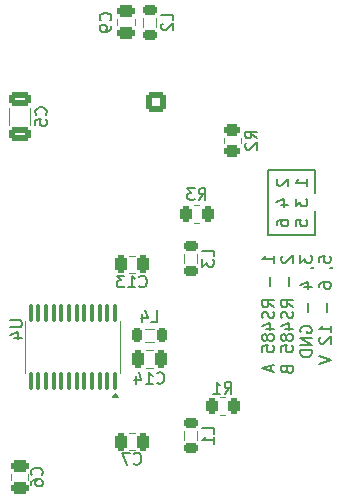
<source format=gbo>
G04 #@! TF.GenerationSoftware,KiCad,Pcbnew,8.0.5*
G04 #@! TF.CreationDate,2024-09-14T16:10:14+01:00*
G04 #@! TF.ProjectId,DataShield,44617461-5368-4696-956c-642e6b696361,rev?*
G04 #@! TF.SameCoordinates,Original*
G04 #@! TF.FileFunction,Legend,Bot*
G04 #@! TF.FilePolarity,Positive*
%FSLAX46Y46*%
G04 Gerber Fmt 4.6, Leading zero omitted, Abs format (unit mm)*
G04 Created by KiCad (PCBNEW 8.0.5) date 2024-09-14 16:10:14*
%MOMM*%
%LPD*%
G01*
G04 APERTURE LIST*
G04 Aperture macros list*
%AMRoundRect*
0 Rectangle with rounded corners*
0 $1 Rounding radius*
0 $2 $3 $4 $5 $6 $7 $8 $9 X,Y pos of 4 corners*
0 Add a 4 corners polygon primitive as box body*
4,1,4,$2,$3,$4,$5,$6,$7,$8,$9,$2,$3,0*
0 Add four circle primitives for the rounded corners*
1,1,$1+$1,$2,$3*
1,1,$1+$1,$4,$5*
1,1,$1+$1,$6,$7*
1,1,$1+$1,$8,$9*
0 Add four rect primitives between the rounded corners*
20,1,$1+$1,$2,$3,$4,$5,0*
20,1,$1+$1,$4,$5,$6,$7,0*
20,1,$1+$1,$6,$7,$8,$9,0*
20,1,$1+$1,$8,$9,$2,$3,0*%
G04 Aperture macros list end*
%ADD10C,0.150000*%
%ADD11C,0.120000*%
%ADD12R,1.700000X1.700000*%
%ADD13O,1.700000X1.700000*%
%ADD14C,3.200000*%
%ADD15RoundRect,0.250000X-0.600000X0.600000X-0.600000X-0.600000X0.600000X-0.600000X0.600000X0.600000X0*%
%ADD16C,1.700000*%
%ADD17RoundRect,0.250000X-0.475000X0.250000X-0.475000X-0.250000X0.475000X-0.250000X0.475000X0.250000X0*%
%ADD18RoundRect,0.250000X0.262500X0.450000X-0.262500X0.450000X-0.262500X-0.450000X0.262500X-0.450000X0*%
%ADD19RoundRect,0.250000X0.250000X0.475000X-0.250000X0.475000X-0.250000X-0.475000X0.250000X-0.475000X0*%
%ADD20RoundRect,0.250000X0.450000X-0.262500X0.450000X0.262500X-0.450000X0.262500X-0.450000X-0.262500X0*%
%ADD21RoundRect,0.218750X0.218750X0.381250X-0.218750X0.381250X-0.218750X-0.381250X0.218750X-0.381250X0*%
%ADD22RoundRect,0.250000X0.650000X-0.325000X0.650000X0.325000X-0.650000X0.325000X-0.650000X-0.325000X0*%
%ADD23RoundRect,0.218750X-0.381250X0.218750X-0.381250X-0.218750X0.381250X-0.218750X0.381250X0.218750X0*%
%ADD24RoundRect,0.250000X-0.250000X-0.475000X0.250000X-0.475000X0.250000X0.475000X-0.250000X0.475000X0*%
%ADD25RoundRect,0.250000X-0.262500X-0.450000X0.262500X-0.450000X0.262500X0.450000X-0.262500X0.450000X0*%
%ADD26RoundRect,0.218750X0.381250X-0.218750X0.381250X0.218750X-0.381250X0.218750X-0.381250X-0.218750X0*%
%ADD27RoundRect,0.100000X0.100000X-0.637500X0.100000X0.637500X-0.100000X0.637500X-0.100000X-0.637500X0*%
G04 APERTURE END LIST*
D10*
X198000000Y-72500000D02*
X194000000Y-72500000D01*
X194000000Y-67000000D02*
X198000000Y-67000000D01*
X198000000Y-67000000D02*
X198000000Y-69000000D01*
X194000000Y-72500000D02*
X194000000Y-67000000D01*
X198000000Y-70500000D02*
X198000000Y-72500000D01*
X194539987Y-74860588D02*
X194539987Y-74289160D01*
X194539987Y-74574874D02*
X193539987Y-74574874D01*
X193539987Y-74574874D02*
X193682844Y-74479636D01*
X193682844Y-74479636D02*
X193778082Y-74384398D01*
X193778082Y-74384398D02*
X193825701Y-74289160D01*
X194159034Y-76051065D02*
X194159034Y-76812970D01*
X194539987Y-78622493D02*
X194063796Y-78289160D01*
X194539987Y-78051065D02*
X193539987Y-78051065D01*
X193539987Y-78051065D02*
X193539987Y-78432017D01*
X193539987Y-78432017D02*
X193587606Y-78527255D01*
X193587606Y-78527255D02*
X193635225Y-78574874D01*
X193635225Y-78574874D02*
X193730463Y-78622493D01*
X193730463Y-78622493D02*
X193873320Y-78622493D01*
X193873320Y-78622493D02*
X193968558Y-78574874D01*
X193968558Y-78574874D02*
X194016177Y-78527255D01*
X194016177Y-78527255D02*
X194063796Y-78432017D01*
X194063796Y-78432017D02*
X194063796Y-78051065D01*
X194492368Y-79003446D02*
X194539987Y-79146303D01*
X194539987Y-79146303D02*
X194539987Y-79384398D01*
X194539987Y-79384398D02*
X194492368Y-79479636D01*
X194492368Y-79479636D02*
X194444748Y-79527255D01*
X194444748Y-79527255D02*
X194349510Y-79574874D01*
X194349510Y-79574874D02*
X194254272Y-79574874D01*
X194254272Y-79574874D02*
X194159034Y-79527255D01*
X194159034Y-79527255D02*
X194111415Y-79479636D01*
X194111415Y-79479636D02*
X194063796Y-79384398D01*
X194063796Y-79384398D02*
X194016177Y-79193922D01*
X194016177Y-79193922D02*
X193968558Y-79098684D01*
X193968558Y-79098684D02*
X193920939Y-79051065D01*
X193920939Y-79051065D02*
X193825701Y-79003446D01*
X193825701Y-79003446D02*
X193730463Y-79003446D01*
X193730463Y-79003446D02*
X193635225Y-79051065D01*
X193635225Y-79051065D02*
X193587606Y-79098684D01*
X193587606Y-79098684D02*
X193539987Y-79193922D01*
X193539987Y-79193922D02*
X193539987Y-79432017D01*
X193539987Y-79432017D02*
X193587606Y-79574874D01*
X193873320Y-80432017D02*
X194539987Y-80432017D01*
X193492368Y-80193922D02*
X194206653Y-79955827D01*
X194206653Y-79955827D02*
X194206653Y-80574874D01*
X193968558Y-81098684D02*
X193920939Y-81003446D01*
X193920939Y-81003446D02*
X193873320Y-80955827D01*
X193873320Y-80955827D02*
X193778082Y-80908208D01*
X193778082Y-80908208D02*
X193730463Y-80908208D01*
X193730463Y-80908208D02*
X193635225Y-80955827D01*
X193635225Y-80955827D02*
X193587606Y-81003446D01*
X193587606Y-81003446D02*
X193539987Y-81098684D01*
X193539987Y-81098684D02*
X193539987Y-81289160D01*
X193539987Y-81289160D02*
X193587606Y-81384398D01*
X193587606Y-81384398D02*
X193635225Y-81432017D01*
X193635225Y-81432017D02*
X193730463Y-81479636D01*
X193730463Y-81479636D02*
X193778082Y-81479636D01*
X193778082Y-81479636D02*
X193873320Y-81432017D01*
X193873320Y-81432017D02*
X193920939Y-81384398D01*
X193920939Y-81384398D02*
X193968558Y-81289160D01*
X193968558Y-81289160D02*
X193968558Y-81098684D01*
X193968558Y-81098684D02*
X194016177Y-81003446D01*
X194016177Y-81003446D02*
X194063796Y-80955827D01*
X194063796Y-80955827D02*
X194159034Y-80908208D01*
X194159034Y-80908208D02*
X194349510Y-80908208D01*
X194349510Y-80908208D02*
X194444748Y-80955827D01*
X194444748Y-80955827D02*
X194492368Y-81003446D01*
X194492368Y-81003446D02*
X194539987Y-81098684D01*
X194539987Y-81098684D02*
X194539987Y-81289160D01*
X194539987Y-81289160D02*
X194492368Y-81384398D01*
X194492368Y-81384398D02*
X194444748Y-81432017D01*
X194444748Y-81432017D02*
X194349510Y-81479636D01*
X194349510Y-81479636D02*
X194159034Y-81479636D01*
X194159034Y-81479636D02*
X194063796Y-81432017D01*
X194063796Y-81432017D02*
X194016177Y-81384398D01*
X194016177Y-81384398D02*
X193968558Y-81289160D01*
X193539987Y-82384398D02*
X193539987Y-81908208D01*
X193539987Y-81908208D02*
X194016177Y-81860589D01*
X194016177Y-81860589D02*
X193968558Y-81908208D01*
X193968558Y-81908208D02*
X193920939Y-82003446D01*
X193920939Y-82003446D02*
X193920939Y-82241541D01*
X193920939Y-82241541D02*
X193968558Y-82336779D01*
X193968558Y-82336779D02*
X194016177Y-82384398D01*
X194016177Y-82384398D02*
X194111415Y-82432017D01*
X194111415Y-82432017D02*
X194349510Y-82432017D01*
X194349510Y-82432017D02*
X194444748Y-82384398D01*
X194444748Y-82384398D02*
X194492368Y-82336779D01*
X194492368Y-82336779D02*
X194539987Y-82241541D01*
X194539987Y-82241541D02*
X194539987Y-82003446D01*
X194539987Y-82003446D02*
X194492368Y-81908208D01*
X194492368Y-81908208D02*
X194444748Y-81860589D01*
X194254272Y-83574875D02*
X194254272Y-84051065D01*
X194539987Y-83479637D02*
X193539987Y-83812970D01*
X193539987Y-83812970D02*
X194539987Y-84146303D01*
X195245169Y-74289160D02*
X195197550Y-74336779D01*
X195197550Y-74336779D02*
X195149931Y-74432017D01*
X195149931Y-74432017D02*
X195149931Y-74670112D01*
X195149931Y-74670112D02*
X195197550Y-74765350D01*
X195197550Y-74765350D02*
X195245169Y-74812969D01*
X195245169Y-74812969D02*
X195340407Y-74860588D01*
X195340407Y-74860588D02*
X195435645Y-74860588D01*
X195435645Y-74860588D02*
X195578502Y-74812969D01*
X195578502Y-74812969D02*
X196149931Y-74241541D01*
X196149931Y-74241541D02*
X196149931Y-74860588D01*
X195768978Y-76051065D02*
X195768978Y-76812970D01*
X196149931Y-78622493D02*
X195673740Y-78289160D01*
X196149931Y-78051065D02*
X195149931Y-78051065D01*
X195149931Y-78051065D02*
X195149931Y-78432017D01*
X195149931Y-78432017D02*
X195197550Y-78527255D01*
X195197550Y-78527255D02*
X195245169Y-78574874D01*
X195245169Y-78574874D02*
X195340407Y-78622493D01*
X195340407Y-78622493D02*
X195483264Y-78622493D01*
X195483264Y-78622493D02*
X195578502Y-78574874D01*
X195578502Y-78574874D02*
X195626121Y-78527255D01*
X195626121Y-78527255D02*
X195673740Y-78432017D01*
X195673740Y-78432017D02*
X195673740Y-78051065D01*
X196102312Y-79003446D02*
X196149931Y-79146303D01*
X196149931Y-79146303D02*
X196149931Y-79384398D01*
X196149931Y-79384398D02*
X196102312Y-79479636D01*
X196102312Y-79479636D02*
X196054692Y-79527255D01*
X196054692Y-79527255D02*
X195959454Y-79574874D01*
X195959454Y-79574874D02*
X195864216Y-79574874D01*
X195864216Y-79574874D02*
X195768978Y-79527255D01*
X195768978Y-79527255D02*
X195721359Y-79479636D01*
X195721359Y-79479636D02*
X195673740Y-79384398D01*
X195673740Y-79384398D02*
X195626121Y-79193922D01*
X195626121Y-79193922D02*
X195578502Y-79098684D01*
X195578502Y-79098684D02*
X195530883Y-79051065D01*
X195530883Y-79051065D02*
X195435645Y-79003446D01*
X195435645Y-79003446D02*
X195340407Y-79003446D01*
X195340407Y-79003446D02*
X195245169Y-79051065D01*
X195245169Y-79051065D02*
X195197550Y-79098684D01*
X195197550Y-79098684D02*
X195149931Y-79193922D01*
X195149931Y-79193922D02*
X195149931Y-79432017D01*
X195149931Y-79432017D02*
X195197550Y-79574874D01*
X195483264Y-80432017D02*
X196149931Y-80432017D01*
X195102312Y-80193922D02*
X195816597Y-79955827D01*
X195816597Y-79955827D02*
X195816597Y-80574874D01*
X195578502Y-81098684D02*
X195530883Y-81003446D01*
X195530883Y-81003446D02*
X195483264Y-80955827D01*
X195483264Y-80955827D02*
X195388026Y-80908208D01*
X195388026Y-80908208D02*
X195340407Y-80908208D01*
X195340407Y-80908208D02*
X195245169Y-80955827D01*
X195245169Y-80955827D02*
X195197550Y-81003446D01*
X195197550Y-81003446D02*
X195149931Y-81098684D01*
X195149931Y-81098684D02*
X195149931Y-81289160D01*
X195149931Y-81289160D02*
X195197550Y-81384398D01*
X195197550Y-81384398D02*
X195245169Y-81432017D01*
X195245169Y-81432017D02*
X195340407Y-81479636D01*
X195340407Y-81479636D02*
X195388026Y-81479636D01*
X195388026Y-81479636D02*
X195483264Y-81432017D01*
X195483264Y-81432017D02*
X195530883Y-81384398D01*
X195530883Y-81384398D02*
X195578502Y-81289160D01*
X195578502Y-81289160D02*
X195578502Y-81098684D01*
X195578502Y-81098684D02*
X195626121Y-81003446D01*
X195626121Y-81003446D02*
X195673740Y-80955827D01*
X195673740Y-80955827D02*
X195768978Y-80908208D01*
X195768978Y-80908208D02*
X195959454Y-80908208D01*
X195959454Y-80908208D02*
X196054692Y-80955827D01*
X196054692Y-80955827D02*
X196102312Y-81003446D01*
X196102312Y-81003446D02*
X196149931Y-81098684D01*
X196149931Y-81098684D02*
X196149931Y-81289160D01*
X196149931Y-81289160D02*
X196102312Y-81384398D01*
X196102312Y-81384398D02*
X196054692Y-81432017D01*
X196054692Y-81432017D02*
X195959454Y-81479636D01*
X195959454Y-81479636D02*
X195768978Y-81479636D01*
X195768978Y-81479636D02*
X195673740Y-81432017D01*
X195673740Y-81432017D02*
X195626121Y-81384398D01*
X195626121Y-81384398D02*
X195578502Y-81289160D01*
X195149931Y-82384398D02*
X195149931Y-81908208D01*
X195149931Y-81908208D02*
X195626121Y-81860589D01*
X195626121Y-81860589D02*
X195578502Y-81908208D01*
X195578502Y-81908208D02*
X195530883Y-82003446D01*
X195530883Y-82003446D02*
X195530883Y-82241541D01*
X195530883Y-82241541D02*
X195578502Y-82336779D01*
X195578502Y-82336779D02*
X195626121Y-82384398D01*
X195626121Y-82384398D02*
X195721359Y-82432017D01*
X195721359Y-82432017D02*
X195959454Y-82432017D01*
X195959454Y-82432017D02*
X196054692Y-82384398D01*
X196054692Y-82384398D02*
X196102312Y-82336779D01*
X196102312Y-82336779D02*
X196149931Y-82241541D01*
X196149931Y-82241541D02*
X196149931Y-82003446D01*
X196149931Y-82003446D02*
X196102312Y-81908208D01*
X196102312Y-81908208D02*
X196054692Y-81860589D01*
X195626121Y-83955827D02*
X195673740Y-84098684D01*
X195673740Y-84098684D02*
X195721359Y-84146303D01*
X195721359Y-84146303D02*
X195816597Y-84193922D01*
X195816597Y-84193922D02*
X195959454Y-84193922D01*
X195959454Y-84193922D02*
X196054692Y-84146303D01*
X196054692Y-84146303D02*
X196102312Y-84098684D01*
X196102312Y-84098684D02*
X196149931Y-84003446D01*
X196149931Y-84003446D02*
X196149931Y-83622494D01*
X196149931Y-83622494D02*
X195149931Y-83622494D01*
X195149931Y-83622494D02*
X195149931Y-83955827D01*
X195149931Y-83955827D02*
X195197550Y-84051065D01*
X195197550Y-84051065D02*
X195245169Y-84098684D01*
X195245169Y-84098684D02*
X195340407Y-84146303D01*
X195340407Y-84146303D02*
X195435645Y-84146303D01*
X195435645Y-84146303D02*
X195530883Y-84098684D01*
X195530883Y-84098684D02*
X195578502Y-84051065D01*
X195578502Y-84051065D02*
X195626121Y-83955827D01*
X195626121Y-83955827D02*
X195626121Y-83622494D01*
X196759875Y-74241541D02*
X196759875Y-74860588D01*
X196759875Y-74860588D02*
X197140827Y-74527255D01*
X197140827Y-74527255D02*
X197140827Y-74670112D01*
X197140827Y-74670112D02*
X197188446Y-74765350D01*
X197188446Y-74765350D02*
X197236065Y-74812969D01*
X197236065Y-74812969D02*
X197331303Y-74860588D01*
X197331303Y-74860588D02*
X197569398Y-74860588D01*
X197569398Y-74860588D02*
X197664636Y-74812969D01*
X197664636Y-74812969D02*
X197712256Y-74765350D01*
X197712256Y-74765350D02*
X197759875Y-74670112D01*
X197759875Y-74670112D02*
X197759875Y-74384398D01*
X197759875Y-74384398D02*
X197712256Y-74289160D01*
X197712256Y-74289160D02*
X197664636Y-74241541D01*
X197712256Y-75336779D02*
X197759875Y-75336779D01*
X197759875Y-75336779D02*
X197855113Y-75289160D01*
X197855113Y-75289160D02*
X197902732Y-75241541D01*
X197093208Y-76955826D02*
X197759875Y-76955826D01*
X196712256Y-76717731D02*
X197426541Y-76479636D01*
X197426541Y-76479636D02*
X197426541Y-77098683D01*
X197378922Y-78241541D02*
X197378922Y-79003446D01*
X196807494Y-80765350D02*
X196759875Y-80670112D01*
X196759875Y-80670112D02*
X196759875Y-80527255D01*
X196759875Y-80527255D02*
X196807494Y-80384398D01*
X196807494Y-80384398D02*
X196902732Y-80289160D01*
X196902732Y-80289160D02*
X196997970Y-80241541D01*
X196997970Y-80241541D02*
X197188446Y-80193922D01*
X197188446Y-80193922D02*
X197331303Y-80193922D01*
X197331303Y-80193922D02*
X197521779Y-80241541D01*
X197521779Y-80241541D02*
X197617017Y-80289160D01*
X197617017Y-80289160D02*
X197712256Y-80384398D01*
X197712256Y-80384398D02*
X197759875Y-80527255D01*
X197759875Y-80527255D02*
X197759875Y-80622493D01*
X197759875Y-80622493D02*
X197712256Y-80765350D01*
X197712256Y-80765350D02*
X197664636Y-80812969D01*
X197664636Y-80812969D02*
X197331303Y-80812969D01*
X197331303Y-80812969D02*
X197331303Y-80622493D01*
X197759875Y-81241541D02*
X196759875Y-81241541D01*
X196759875Y-81241541D02*
X197759875Y-81812969D01*
X197759875Y-81812969D02*
X196759875Y-81812969D01*
X197759875Y-82289160D02*
X196759875Y-82289160D01*
X196759875Y-82289160D02*
X196759875Y-82527255D01*
X196759875Y-82527255D02*
X196807494Y-82670112D01*
X196807494Y-82670112D02*
X196902732Y-82765350D01*
X196902732Y-82765350D02*
X196997970Y-82812969D01*
X196997970Y-82812969D02*
X197188446Y-82860588D01*
X197188446Y-82860588D02*
X197331303Y-82860588D01*
X197331303Y-82860588D02*
X197521779Y-82812969D01*
X197521779Y-82812969D02*
X197617017Y-82765350D01*
X197617017Y-82765350D02*
X197712256Y-82670112D01*
X197712256Y-82670112D02*
X197759875Y-82527255D01*
X197759875Y-82527255D02*
X197759875Y-82289160D01*
X198369819Y-74812969D02*
X198369819Y-74336779D01*
X198369819Y-74336779D02*
X198846009Y-74289160D01*
X198846009Y-74289160D02*
X198798390Y-74336779D01*
X198798390Y-74336779D02*
X198750771Y-74432017D01*
X198750771Y-74432017D02*
X198750771Y-74670112D01*
X198750771Y-74670112D02*
X198798390Y-74765350D01*
X198798390Y-74765350D02*
X198846009Y-74812969D01*
X198846009Y-74812969D02*
X198941247Y-74860588D01*
X198941247Y-74860588D02*
X199179342Y-74860588D01*
X199179342Y-74860588D02*
X199274580Y-74812969D01*
X199274580Y-74812969D02*
X199322200Y-74765350D01*
X199322200Y-74765350D02*
X199369819Y-74670112D01*
X199369819Y-74670112D02*
X199369819Y-74432017D01*
X199369819Y-74432017D02*
X199322200Y-74336779D01*
X199322200Y-74336779D02*
X199274580Y-74289160D01*
X199322200Y-75336779D02*
X199369819Y-75336779D01*
X199369819Y-75336779D02*
X199465057Y-75289160D01*
X199465057Y-75289160D02*
X199512676Y-75241541D01*
X198369819Y-76955826D02*
X198369819Y-76765350D01*
X198369819Y-76765350D02*
X198417438Y-76670112D01*
X198417438Y-76670112D02*
X198465057Y-76622493D01*
X198465057Y-76622493D02*
X198607914Y-76527255D01*
X198607914Y-76527255D02*
X198798390Y-76479636D01*
X198798390Y-76479636D02*
X199179342Y-76479636D01*
X199179342Y-76479636D02*
X199274580Y-76527255D01*
X199274580Y-76527255D02*
X199322200Y-76574874D01*
X199322200Y-76574874D02*
X199369819Y-76670112D01*
X199369819Y-76670112D02*
X199369819Y-76860588D01*
X199369819Y-76860588D02*
X199322200Y-76955826D01*
X199322200Y-76955826D02*
X199274580Y-77003445D01*
X199274580Y-77003445D02*
X199179342Y-77051064D01*
X199179342Y-77051064D02*
X198941247Y-77051064D01*
X198941247Y-77051064D02*
X198846009Y-77003445D01*
X198846009Y-77003445D02*
X198798390Y-76955826D01*
X198798390Y-76955826D02*
X198750771Y-76860588D01*
X198750771Y-76860588D02*
X198750771Y-76670112D01*
X198750771Y-76670112D02*
X198798390Y-76574874D01*
X198798390Y-76574874D02*
X198846009Y-76527255D01*
X198846009Y-76527255D02*
X198941247Y-76479636D01*
X198988866Y-78241541D02*
X198988866Y-79003446D01*
X199369819Y-80765350D02*
X199369819Y-80193922D01*
X199369819Y-80479636D02*
X198369819Y-80479636D01*
X198369819Y-80479636D02*
X198512676Y-80384398D01*
X198512676Y-80384398D02*
X198607914Y-80289160D01*
X198607914Y-80289160D02*
X198655533Y-80193922D01*
X198465057Y-81146303D02*
X198417438Y-81193922D01*
X198417438Y-81193922D02*
X198369819Y-81289160D01*
X198369819Y-81289160D02*
X198369819Y-81527255D01*
X198369819Y-81527255D02*
X198417438Y-81622493D01*
X198417438Y-81622493D02*
X198465057Y-81670112D01*
X198465057Y-81670112D02*
X198560295Y-81717731D01*
X198560295Y-81717731D02*
X198655533Y-81717731D01*
X198655533Y-81717731D02*
X198798390Y-81670112D01*
X198798390Y-81670112D02*
X199369819Y-81098684D01*
X199369819Y-81098684D02*
X199369819Y-81717731D01*
X198369819Y-82765351D02*
X199369819Y-83098684D01*
X199369819Y-83098684D02*
X198369819Y-83432017D01*
X194855113Y-67789160D02*
X194807494Y-67836779D01*
X194807494Y-67836779D02*
X194759875Y-67932017D01*
X194759875Y-67932017D02*
X194759875Y-68170112D01*
X194759875Y-68170112D02*
X194807494Y-68265350D01*
X194807494Y-68265350D02*
X194855113Y-68312969D01*
X194855113Y-68312969D02*
X194950351Y-68360588D01*
X194950351Y-68360588D02*
X195045589Y-68360588D01*
X195045589Y-68360588D02*
X195188446Y-68312969D01*
X195188446Y-68312969D02*
X195759875Y-67741541D01*
X195759875Y-67741541D02*
X195759875Y-68360588D01*
X195093208Y-69979636D02*
X195759875Y-69979636D01*
X194712256Y-69741541D02*
X195426541Y-69503446D01*
X195426541Y-69503446D02*
X195426541Y-70122493D01*
X194759875Y-71693922D02*
X194759875Y-71503446D01*
X194759875Y-71503446D02*
X194807494Y-71408208D01*
X194807494Y-71408208D02*
X194855113Y-71360589D01*
X194855113Y-71360589D02*
X194997970Y-71265351D01*
X194997970Y-71265351D02*
X195188446Y-71217732D01*
X195188446Y-71217732D02*
X195569398Y-71217732D01*
X195569398Y-71217732D02*
X195664636Y-71265351D01*
X195664636Y-71265351D02*
X195712256Y-71312970D01*
X195712256Y-71312970D02*
X195759875Y-71408208D01*
X195759875Y-71408208D02*
X195759875Y-71598684D01*
X195759875Y-71598684D02*
X195712256Y-71693922D01*
X195712256Y-71693922D02*
X195664636Y-71741541D01*
X195664636Y-71741541D02*
X195569398Y-71789160D01*
X195569398Y-71789160D02*
X195331303Y-71789160D01*
X195331303Y-71789160D02*
X195236065Y-71741541D01*
X195236065Y-71741541D02*
X195188446Y-71693922D01*
X195188446Y-71693922D02*
X195140827Y-71598684D01*
X195140827Y-71598684D02*
X195140827Y-71408208D01*
X195140827Y-71408208D02*
X195188446Y-71312970D01*
X195188446Y-71312970D02*
X195236065Y-71265351D01*
X195236065Y-71265351D02*
X195331303Y-71217732D01*
X197369819Y-68360588D02*
X197369819Y-67789160D01*
X197369819Y-68074874D02*
X196369819Y-68074874D01*
X196369819Y-68074874D02*
X196512676Y-67979636D01*
X196512676Y-67979636D02*
X196607914Y-67884398D01*
X196607914Y-67884398D02*
X196655533Y-67789160D01*
X196369819Y-69455827D02*
X196369819Y-70074874D01*
X196369819Y-70074874D02*
X196750771Y-69741541D01*
X196750771Y-69741541D02*
X196750771Y-69884398D01*
X196750771Y-69884398D02*
X196798390Y-69979636D01*
X196798390Y-69979636D02*
X196846009Y-70027255D01*
X196846009Y-70027255D02*
X196941247Y-70074874D01*
X196941247Y-70074874D02*
X197179342Y-70074874D01*
X197179342Y-70074874D02*
X197274580Y-70027255D01*
X197274580Y-70027255D02*
X197322200Y-69979636D01*
X197322200Y-69979636D02*
X197369819Y-69884398D01*
X197369819Y-69884398D02*
X197369819Y-69598684D01*
X197369819Y-69598684D02*
X197322200Y-69503446D01*
X197322200Y-69503446D02*
X197274580Y-69455827D01*
X196369819Y-71741541D02*
X196369819Y-71265351D01*
X196369819Y-71265351D02*
X196846009Y-71217732D01*
X196846009Y-71217732D02*
X196798390Y-71265351D01*
X196798390Y-71265351D02*
X196750771Y-71360589D01*
X196750771Y-71360589D02*
X196750771Y-71598684D01*
X196750771Y-71598684D02*
X196798390Y-71693922D01*
X196798390Y-71693922D02*
X196846009Y-71741541D01*
X196846009Y-71741541D02*
X196941247Y-71789160D01*
X196941247Y-71789160D02*
X197179342Y-71789160D01*
X197179342Y-71789160D02*
X197274580Y-71741541D01*
X197274580Y-71741541D02*
X197322200Y-71693922D01*
X197322200Y-71693922D02*
X197369819Y-71598684D01*
X197369819Y-71598684D02*
X197369819Y-71360589D01*
X197369819Y-71360589D02*
X197322200Y-71265351D01*
X197322200Y-71265351D02*
X197274580Y-71217732D01*
X174859580Y-92833333D02*
X174907200Y-92785714D01*
X174907200Y-92785714D02*
X174954819Y-92642857D01*
X174954819Y-92642857D02*
X174954819Y-92547619D01*
X174954819Y-92547619D02*
X174907200Y-92404762D01*
X174907200Y-92404762D02*
X174811961Y-92309524D01*
X174811961Y-92309524D02*
X174716723Y-92261905D01*
X174716723Y-92261905D02*
X174526247Y-92214286D01*
X174526247Y-92214286D02*
X174383390Y-92214286D01*
X174383390Y-92214286D02*
X174192914Y-92261905D01*
X174192914Y-92261905D02*
X174097676Y-92309524D01*
X174097676Y-92309524D02*
X174002438Y-92404762D01*
X174002438Y-92404762D02*
X173954819Y-92547619D01*
X173954819Y-92547619D02*
X173954819Y-92642857D01*
X173954819Y-92642857D02*
X174002438Y-92785714D01*
X174002438Y-92785714D02*
X174050057Y-92833333D01*
X173954819Y-93690476D02*
X173954819Y-93500000D01*
X173954819Y-93500000D02*
X174002438Y-93404762D01*
X174002438Y-93404762D02*
X174050057Y-93357143D01*
X174050057Y-93357143D02*
X174192914Y-93261905D01*
X174192914Y-93261905D02*
X174383390Y-93214286D01*
X174383390Y-93214286D02*
X174764342Y-93214286D01*
X174764342Y-93214286D02*
X174859580Y-93261905D01*
X174859580Y-93261905D02*
X174907200Y-93309524D01*
X174907200Y-93309524D02*
X174954819Y-93404762D01*
X174954819Y-93404762D02*
X174954819Y-93595238D01*
X174954819Y-93595238D02*
X174907200Y-93690476D01*
X174907200Y-93690476D02*
X174859580Y-93738095D01*
X174859580Y-93738095D02*
X174764342Y-93785714D01*
X174764342Y-93785714D02*
X174526247Y-93785714D01*
X174526247Y-93785714D02*
X174431009Y-93738095D01*
X174431009Y-93738095D02*
X174383390Y-93690476D01*
X174383390Y-93690476D02*
X174335771Y-93595238D01*
X174335771Y-93595238D02*
X174335771Y-93404762D01*
X174335771Y-93404762D02*
X174383390Y-93309524D01*
X174383390Y-93309524D02*
X174431009Y-93261905D01*
X174431009Y-93261905D02*
X174526247Y-93214286D01*
X188166666Y-69554819D02*
X188499999Y-69078628D01*
X188738094Y-69554819D02*
X188738094Y-68554819D01*
X188738094Y-68554819D02*
X188357142Y-68554819D01*
X188357142Y-68554819D02*
X188261904Y-68602438D01*
X188261904Y-68602438D02*
X188214285Y-68650057D01*
X188214285Y-68650057D02*
X188166666Y-68745295D01*
X188166666Y-68745295D02*
X188166666Y-68888152D01*
X188166666Y-68888152D02*
X188214285Y-68983390D01*
X188214285Y-68983390D02*
X188261904Y-69031009D01*
X188261904Y-69031009D02*
X188357142Y-69078628D01*
X188357142Y-69078628D02*
X188738094Y-69078628D01*
X187833332Y-68554819D02*
X187214285Y-68554819D01*
X187214285Y-68554819D02*
X187547618Y-68935771D01*
X187547618Y-68935771D02*
X187404761Y-68935771D01*
X187404761Y-68935771D02*
X187309523Y-68983390D01*
X187309523Y-68983390D02*
X187261904Y-69031009D01*
X187261904Y-69031009D02*
X187214285Y-69126247D01*
X187214285Y-69126247D02*
X187214285Y-69364342D01*
X187214285Y-69364342D02*
X187261904Y-69459580D01*
X187261904Y-69459580D02*
X187309523Y-69507200D01*
X187309523Y-69507200D02*
X187404761Y-69554819D01*
X187404761Y-69554819D02*
X187690475Y-69554819D01*
X187690475Y-69554819D02*
X187785713Y-69507200D01*
X187785713Y-69507200D02*
X187833332Y-69459580D01*
X183142857Y-76859580D02*
X183190476Y-76907200D01*
X183190476Y-76907200D02*
X183333333Y-76954819D01*
X183333333Y-76954819D02*
X183428571Y-76954819D01*
X183428571Y-76954819D02*
X183571428Y-76907200D01*
X183571428Y-76907200D02*
X183666666Y-76811961D01*
X183666666Y-76811961D02*
X183714285Y-76716723D01*
X183714285Y-76716723D02*
X183761904Y-76526247D01*
X183761904Y-76526247D02*
X183761904Y-76383390D01*
X183761904Y-76383390D02*
X183714285Y-76192914D01*
X183714285Y-76192914D02*
X183666666Y-76097676D01*
X183666666Y-76097676D02*
X183571428Y-76002438D01*
X183571428Y-76002438D02*
X183428571Y-75954819D01*
X183428571Y-75954819D02*
X183333333Y-75954819D01*
X183333333Y-75954819D02*
X183190476Y-76002438D01*
X183190476Y-76002438D02*
X183142857Y-76050057D01*
X182190476Y-76954819D02*
X182761904Y-76954819D01*
X182476190Y-76954819D02*
X182476190Y-75954819D01*
X182476190Y-75954819D02*
X182571428Y-76097676D01*
X182571428Y-76097676D02*
X182666666Y-76192914D01*
X182666666Y-76192914D02*
X182761904Y-76240533D01*
X181857142Y-75954819D02*
X181238095Y-75954819D01*
X181238095Y-75954819D02*
X181571428Y-76335771D01*
X181571428Y-76335771D02*
X181428571Y-76335771D01*
X181428571Y-76335771D02*
X181333333Y-76383390D01*
X181333333Y-76383390D02*
X181285714Y-76431009D01*
X181285714Y-76431009D02*
X181238095Y-76526247D01*
X181238095Y-76526247D02*
X181238095Y-76764342D01*
X181238095Y-76764342D02*
X181285714Y-76859580D01*
X181285714Y-76859580D02*
X181333333Y-76907200D01*
X181333333Y-76907200D02*
X181428571Y-76954819D01*
X181428571Y-76954819D02*
X181714285Y-76954819D01*
X181714285Y-76954819D02*
X181809523Y-76907200D01*
X181809523Y-76907200D02*
X181857142Y-76859580D01*
X193104819Y-64333333D02*
X192628628Y-64000000D01*
X193104819Y-63761905D02*
X192104819Y-63761905D01*
X192104819Y-63761905D02*
X192104819Y-64142857D01*
X192104819Y-64142857D02*
X192152438Y-64238095D01*
X192152438Y-64238095D02*
X192200057Y-64285714D01*
X192200057Y-64285714D02*
X192295295Y-64333333D01*
X192295295Y-64333333D02*
X192438152Y-64333333D01*
X192438152Y-64333333D02*
X192533390Y-64285714D01*
X192533390Y-64285714D02*
X192581009Y-64238095D01*
X192581009Y-64238095D02*
X192628628Y-64142857D01*
X192628628Y-64142857D02*
X192628628Y-63761905D01*
X192200057Y-64714286D02*
X192152438Y-64761905D01*
X192152438Y-64761905D02*
X192104819Y-64857143D01*
X192104819Y-64857143D02*
X192104819Y-65095238D01*
X192104819Y-65095238D02*
X192152438Y-65190476D01*
X192152438Y-65190476D02*
X192200057Y-65238095D01*
X192200057Y-65238095D02*
X192295295Y-65285714D01*
X192295295Y-65285714D02*
X192390533Y-65285714D01*
X192390533Y-65285714D02*
X192533390Y-65238095D01*
X192533390Y-65238095D02*
X193104819Y-64666667D01*
X193104819Y-64666667D02*
X193104819Y-65285714D01*
X184166666Y-79904819D02*
X184642856Y-79904819D01*
X184642856Y-79904819D02*
X184642856Y-78904819D01*
X183404761Y-79238152D02*
X183404761Y-79904819D01*
X183642856Y-78857200D02*
X183880951Y-79571485D01*
X183880951Y-79571485D02*
X183261904Y-79571485D01*
X175209580Y-62333333D02*
X175257200Y-62285714D01*
X175257200Y-62285714D02*
X175304819Y-62142857D01*
X175304819Y-62142857D02*
X175304819Y-62047619D01*
X175304819Y-62047619D02*
X175257200Y-61904762D01*
X175257200Y-61904762D02*
X175161961Y-61809524D01*
X175161961Y-61809524D02*
X175066723Y-61761905D01*
X175066723Y-61761905D02*
X174876247Y-61714286D01*
X174876247Y-61714286D02*
X174733390Y-61714286D01*
X174733390Y-61714286D02*
X174542914Y-61761905D01*
X174542914Y-61761905D02*
X174447676Y-61809524D01*
X174447676Y-61809524D02*
X174352438Y-61904762D01*
X174352438Y-61904762D02*
X174304819Y-62047619D01*
X174304819Y-62047619D02*
X174304819Y-62142857D01*
X174304819Y-62142857D02*
X174352438Y-62285714D01*
X174352438Y-62285714D02*
X174400057Y-62333333D01*
X174304819Y-63238095D02*
X174304819Y-62761905D01*
X174304819Y-62761905D02*
X174781009Y-62714286D01*
X174781009Y-62714286D02*
X174733390Y-62761905D01*
X174733390Y-62761905D02*
X174685771Y-62857143D01*
X174685771Y-62857143D02*
X174685771Y-63095238D01*
X174685771Y-63095238D02*
X174733390Y-63190476D01*
X174733390Y-63190476D02*
X174781009Y-63238095D01*
X174781009Y-63238095D02*
X174876247Y-63285714D01*
X174876247Y-63285714D02*
X175114342Y-63285714D01*
X175114342Y-63285714D02*
X175209580Y-63238095D01*
X175209580Y-63238095D02*
X175257200Y-63190476D01*
X175257200Y-63190476D02*
X175304819Y-63095238D01*
X175304819Y-63095238D02*
X175304819Y-62857143D01*
X175304819Y-62857143D02*
X175257200Y-62761905D01*
X175257200Y-62761905D02*
X175209580Y-62714286D01*
X180679580Y-54333333D02*
X180727200Y-54285714D01*
X180727200Y-54285714D02*
X180774819Y-54142857D01*
X180774819Y-54142857D02*
X180774819Y-54047619D01*
X180774819Y-54047619D02*
X180727200Y-53904762D01*
X180727200Y-53904762D02*
X180631961Y-53809524D01*
X180631961Y-53809524D02*
X180536723Y-53761905D01*
X180536723Y-53761905D02*
X180346247Y-53714286D01*
X180346247Y-53714286D02*
X180203390Y-53714286D01*
X180203390Y-53714286D02*
X180012914Y-53761905D01*
X180012914Y-53761905D02*
X179917676Y-53809524D01*
X179917676Y-53809524D02*
X179822438Y-53904762D01*
X179822438Y-53904762D02*
X179774819Y-54047619D01*
X179774819Y-54047619D02*
X179774819Y-54142857D01*
X179774819Y-54142857D02*
X179822438Y-54285714D01*
X179822438Y-54285714D02*
X179870057Y-54333333D01*
X180774819Y-54809524D02*
X180774819Y-55000000D01*
X180774819Y-55000000D02*
X180727200Y-55095238D01*
X180727200Y-55095238D02*
X180679580Y-55142857D01*
X180679580Y-55142857D02*
X180536723Y-55238095D01*
X180536723Y-55238095D02*
X180346247Y-55285714D01*
X180346247Y-55285714D02*
X179965295Y-55285714D01*
X179965295Y-55285714D02*
X179870057Y-55238095D01*
X179870057Y-55238095D02*
X179822438Y-55190476D01*
X179822438Y-55190476D02*
X179774819Y-55095238D01*
X179774819Y-55095238D02*
X179774819Y-54904762D01*
X179774819Y-54904762D02*
X179822438Y-54809524D01*
X179822438Y-54809524D02*
X179870057Y-54761905D01*
X179870057Y-54761905D02*
X179965295Y-54714286D01*
X179965295Y-54714286D02*
X180203390Y-54714286D01*
X180203390Y-54714286D02*
X180298628Y-54761905D01*
X180298628Y-54761905D02*
X180346247Y-54809524D01*
X180346247Y-54809524D02*
X180393866Y-54904762D01*
X180393866Y-54904762D02*
X180393866Y-55095238D01*
X180393866Y-55095238D02*
X180346247Y-55190476D01*
X180346247Y-55190476D02*
X180298628Y-55238095D01*
X180298628Y-55238095D02*
X180203390Y-55285714D01*
X189454819Y-89333333D02*
X189454819Y-88857143D01*
X189454819Y-88857143D02*
X188454819Y-88857143D01*
X189454819Y-90190476D02*
X189454819Y-89619048D01*
X189454819Y-89904762D02*
X188454819Y-89904762D01*
X188454819Y-89904762D02*
X188597676Y-89809524D01*
X188597676Y-89809524D02*
X188692914Y-89714286D01*
X188692914Y-89714286D02*
X188740533Y-89619048D01*
X182666666Y-91859580D02*
X182714285Y-91907200D01*
X182714285Y-91907200D02*
X182857142Y-91954819D01*
X182857142Y-91954819D02*
X182952380Y-91954819D01*
X182952380Y-91954819D02*
X183095237Y-91907200D01*
X183095237Y-91907200D02*
X183190475Y-91811961D01*
X183190475Y-91811961D02*
X183238094Y-91716723D01*
X183238094Y-91716723D02*
X183285713Y-91526247D01*
X183285713Y-91526247D02*
X183285713Y-91383390D01*
X183285713Y-91383390D02*
X183238094Y-91192914D01*
X183238094Y-91192914D02*
X183190475Y-91097676D01*
X183190475Y-91097676D02*
X183095237Y-91002438D01*
X183095237Y-91002438D02*
X182952380Y-90954819D01*
X182952380Y-90954819D02*
X182857142Y-90954819D01*
X182857142Y-90954819D02*
X182714285Y-91002438D01*
X182714285Y-91002438D02*
X182666666Y-91050057D01*
X182333332Y-90954819D02*
X181666666Y-90954819D01*
X181666666Y-90954819D02*
X182095237Y-91954819D01*
X184642857Y-85039580D02*
X184690476Y-85087200D01*
X184690476Y-85087200D02*
X184833333Y-85134819D01*
X184833333Y-85134819D02*
X184928571Y-85134819D01*
X184928571Y-85134819D02*
X185071428Y-85087200D01*
X185071428Y-85087200D02*
X185166666Y-84991961D01*
X185166666Y-84991961D02*
X185214285Y-84896723D01*
X185214285Y-84896723D02*
X185261904Y-84706247D01*
X185261904Y-84706247D02*
X185261904Y-84563390D01*
X185261904Y-84563390D02*
X185214285Y-84372914D01*
X185214285Y-84372914D02*
X185166666Y-84277676D01*
X185166666Y-84277676D02*
X185071428Y-84182438D01*
X185071428Y-84182438D02*
X184928571Y-84134819D01*
X184928571Y-84134819D02*
X184833333Y-84134819D01*
X184833333Y-84134819D02*
X184690476Y-84182438D01*
X184690476Y-84182438D02*
X184642857Y-84230057D01*
X183690476Y-85134819D02*
X184261904Y-85134819D01*
X183976190Y-85134819D02*
X183976190Y-84134819D01*
X183976190Y-84134819D02*
X184071428Y-84277676D01*
X184071428Y-84277676D02*
X184166666Y-84372914D01*
X184166666Y-84372914D02*
X184261904Y-84420533D01*
X182833333Y-84468152D02*
X182833333Y-85134819D01*
X183071428Y-84087200D02*
X183309523Y-84801485D01*
X183309523Y-84801485D02*
X182690476Y-84801485D01*
X190366666Y-85954819D02*
X190699999Y-85478628D01*
X190938094Y-85954819D02*
X190938094Y-84954819D01*
X190938094Y-84954819D02*
X190557142Y-84954819D01*
X190557142Y-84954819D02*
X190461904Y-85002438D01*
X190461904Y-85002438D02*
X190414285Y-85050057D01*
X190414285Y-85050057D02*
X190366666Y-85145295D01*
X190366666Y-85145295D02*
X190366666Y-85288152D01*
X190366666Y-85288152D02*
X190414285Y-85383390D01*
X190414285Y-85383390D02*
X190461904Y-85431009D01*
X190461904Y-85431009D02*
X190557142Y-85478628D01*
X190557142Y-85478628D02*
X190938094Y-85478628D01*
X189414285Y-85954819D02*
X189985713Y-85954819D01*
X189699999Y-85954819D02*
X189699999Y-84954819D01*
X189699999Y-84954819D02*
X189795237Y-85097676D01*
X189795237Y-85097676D02*
X189890475Y-85192914D01*
X189890475Y-85192914D02*
X189985713Y-85240533D01*
X186004819Y-54333333D02*
X186004819Y-53857143D01*
X186004819Y-53857143D02*
X185004819Y-53857143D01*
X185100057Y-54619048D02*
X185052438Y-54666667D01*
X185052438Y-54666667D02*
X185004819Y-54761905D01*
X185004819Y-54761905D02*
X185004819Y-55000000D01*
X185004819Y-55000000D02*
X185052438Y-55095238D01*
X185052438Y-55095238D02*
X185100057Y-55142857D01*
X185100057Y-55142857D02*
X185195295Y-55190476D01*
X185195295Y-55190476D02*
X185290533Y-55190476D01*
X185290533Y-55190476D02*
X185433390Y-55142857D01*
X185433390Y-55142857D02*
X186004819Y-54571429D01*
X186004819Y-54571429D02*
X186004819Y-55190476D01*
X189454819Y-74333333D02*
X189454819Y-73857143D01*
X189454819Y-73857143D02*
X188454819Y-73857143D01*
X188454819Y-74571429D02*
X188454819Y-75190476D01*
X188454819Y-75190476D02*
X188835771Y-74857143D01*
X188835771Y-74857143D02*
X188835771Y-75000000D01*
X188835771Y-75000000D02*
X188883390Y-75095238D01*
X188883390Y-75095238D02*
X188931009Y-75142857D01*
X188931009Y-75142857D02*
X189026247Y-75190476D01*
X189026247Y-75190476D02*
X189264342Y-75190476D01*
X189264342Y-75190476D02*
X189359580Y-75142857D01*
X189359580Y-75142857D02*
X189407200Y-75095238D01*
X189407200Y-75095238D02*
X189454819Y-75000000D01*
X189454819Y-75000000D02*
X189454819Y-74714286D01*
X189454819Y-74714286D02*
X189407200Y-74619048D01*
X189407200Y-74619048D02*
X189359580Y-74571429D01*
X172204819Y-79738095D02*
X173014342Y-79738095D01*
X173014342Y-79738095D02*
X173109580Y-79785714D01*
X173109580Y-79785714D02*
X173157200Y-79833333D01*
X173157200Y-79833333D02*
X173204819Y-79928571D01*
X173204819Y-79928571D02*
X173204819Y-80119047D01*
X173204819Y-80119047D02*
X173157200Y-80214285D01*
X173157200Y-80214285D02*
X173109580Y-80261904D01*
X173109580Y-80261904D02*
X173014342Y-80309523D01*
X173014342Y-80309523D02*
X172204819Y-80309523D01*
X172538152Y-81214285D02*
X173204819Y-81214285D01*
X172157200Y-80976190D02*
X172871485Y-80738095D01*
X172871485Y-80738095D02*
X172871485Y-81357142D01*
D11*
X172265000Y-93261252D02*
X172265000Y-92738748D01*
X173735000Y-93261252D02*
X173735000Y-92738748D01*
X187772936Y-70015000D02*
X188227064Y-70015000D01*
X187772936Y-71485000D02*
X188227064Y-71485000D01*
X182238748Y-74265000D02*
X182761252Y-74265000D01*
X182238748Y-75735000D02*
X182761252Y-75735000D01*
X190265000Y-64272936D02*
X190265000Y-64727064D01*
X191735000Y-64272936D02*
X191735000Y-64727064D01*
X183600378Y-80440000D02*
X184399622Y-80440000D01*
X183600378Y-81560000D02*
X184399622Y-81560000D01*
X172090000Y-61788748D02*
X172090000Y-63211252D01*
X173910000Y-61788748D02*
X173910000Y-63211252D01*
X181265000Y-54761252D02*
X181265000Y-54238748D01*
X182735000Y-54761252D02*
X182735000Y-54238748D01*
X186940000Y-89899622D02*
X186940000Y-89100378D01*
X188060000Y-89899622D02*
X188060000Y-89100378D01*
X182238748Y-89265000D02*
X182761252Y-89265000D01*
X182238748Y-90735000D02*
X182761252Y-90735000D01*
X184261252Y-82265000D02*
X183738748Y-82265000D01*
X184261252Y-83735000D02*
X183738748Y-83735000D01*
X190427064Y-86265000D02*
X189972936Y-86265000D01*
X190427064Y-87735000D02*
X189972936Y-87735000D01*
X183440000Y-54100378D02*
X183440000Y-54899622D01*
X184560000Y-54100378D02*
X184560000Y-54899622D01*
X186940000Y-74899622D02*
X186940000Y-74100378D01*
X188060000Y-74899622D02*
X188060000Y-74100378D01*
X173465000Y-79800000D02*
X173465000Y-82000000D01*
X173465000Y-84200000D02*
X173465000Y-82000000D01*
X181535000Y-79800000D02*
X181535000Y-82000000D01*
X181535000Y-84200000D02*
X181535000Y-82000000D01*
X181315000Y-86190000D02*
X180835000Y-86190000D01*
X181075000Y-85860000D01*
X181315000Y-86190000D01*
G36*
X181315000Y-86190000D02*
G01*
X180835000Y-86190000D01*
X181075000Y-85860000D01*
X181315000Y-86190000D01*
G37*
%LPC*%
D12*
X173660000Y-97460000D03*
D13*
X176200000Y-97460000D03*
X178740000Y-97460000D03*
X181280000Y-97460000D03*
X183820000Y-97460000D03*
X186360000Y-97460000D03*
X188900000Y-97460000D03*
X191440000Y-97460000D03*
D12*
X168580000Y-49200000D03*
D13*
X171120000Y-49200000D03*
X173660000Y-49200000D03*
X176200000Y-49200000D03*
X178740000Y-49200000D03*
X181280000Y-49200000D03*
X183820000Y-49200000D03*
X186360000Y-49200000D03*
D12*
X193980000Y-92380000D03*
D13*
X196520000Y-92380000D03*
D14*
X196520000Y-97460000D03*
D12*
X193980000Y-56820000D03*
D13*
X196520000Y-56820000D03*
X193980000Y-54280000D03*
X196520000Y-54280000D03*
X193980000Y-51740000D03*
X196520000Y-51740000D03*
X193980000Y-49200000D03*
X196520000Y-49200000D03*
D15*
X184545000Y-61247500D03*
D16*
X184545000Y-63787500D03*
X182005000Y-61247500D03*
X182005000Y-63787500D03*
X179465000Y-61247500D03*
X179465000Y-63787500D03*
D14*
X190170000Y-49200000D03*
D17*
X173000000Y-92050000D03*
X173000000Y-93950000D03*
D18*
X188912500Y-70750000D03*
X187087500Y-70750000D03*
D19*
X183450000Y-75000000D03*
X181550000Y-75000000D03*
D20*
X191000000Y-65412500D03*
X191000000Y-63587500D03*
D21*
X185062500Y-81000000D03*
X182937500Y-81000000D03*
D22*
X173000000Y-63975000D03*
X173000000Y-61025000D03*
D17*
X182000000Y-53550000D03*
X182000000Y-55450000D03*
D23*
X187500000Y-88437500D03*
X187500000Y-90562500D03*
D19*
X183450000Y-90000000D03*
X181550000Y-90000000D03*
D24*
X183050000Y-83000000D03*
X184950000Y-83000000D03*
D25*
X189287500Y-87000000D03*
X191112500Y-87000000D03*
D26*
X184000000Y-55562500D03*
X184000000Y-53437500D03*
D23*
X187500000Y-73437500D03*
X187500000Y-75562500D03*
D27*
X181075000Y-84862500D03*
X180425000Y-84862500D03*
X179775000Y-84862500D03*
X179125000Y-84862500D03*
X178475000Y-84862500D03*
X177825000Y-84862500D03*
X177175000Y-84862500D03*
X176525000Y-84862500D03*
X175875000Y-84862500D03*
X175225000Y-84862500D03*
X174575000Y-84862500D03*
X173925000Y-84862500D03*
X173925000Y-79137500D03*
X174575000Y-79137500D03*
X175225000Y-79137500D03*
X175875000Y-79137500D03*
X176525000Y-79137500D03*
X177175000Y-79137500D03*
X177825000Y-79137500D03*
X178475000Y-79137500D03*
X179125000Y-79137500D03*
X179775000Y-79137500D03*
X180425000Y-79137500D03*
X181075000Y-79137500D03*
%LPD*%
M02*

</source>
